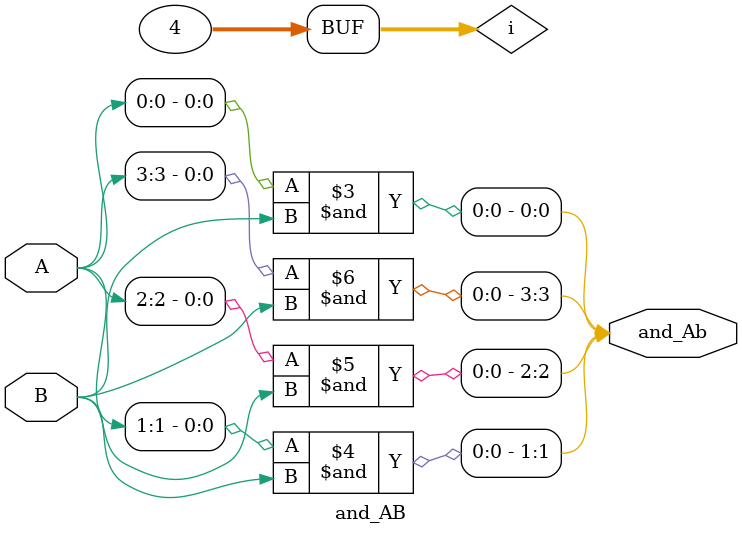
<source format=v>
`timescale 1ns / 1ps

module and_AB( input [3:0] A, input B, output reg [3:0] and_Ab);
integer i;  
always@(A,B)
begin
    for(i=0; i<4; i=i+1)
        begin
        and_Ab[i]=A[i]&B;
        end
end//end initial
endmodule

</source>
